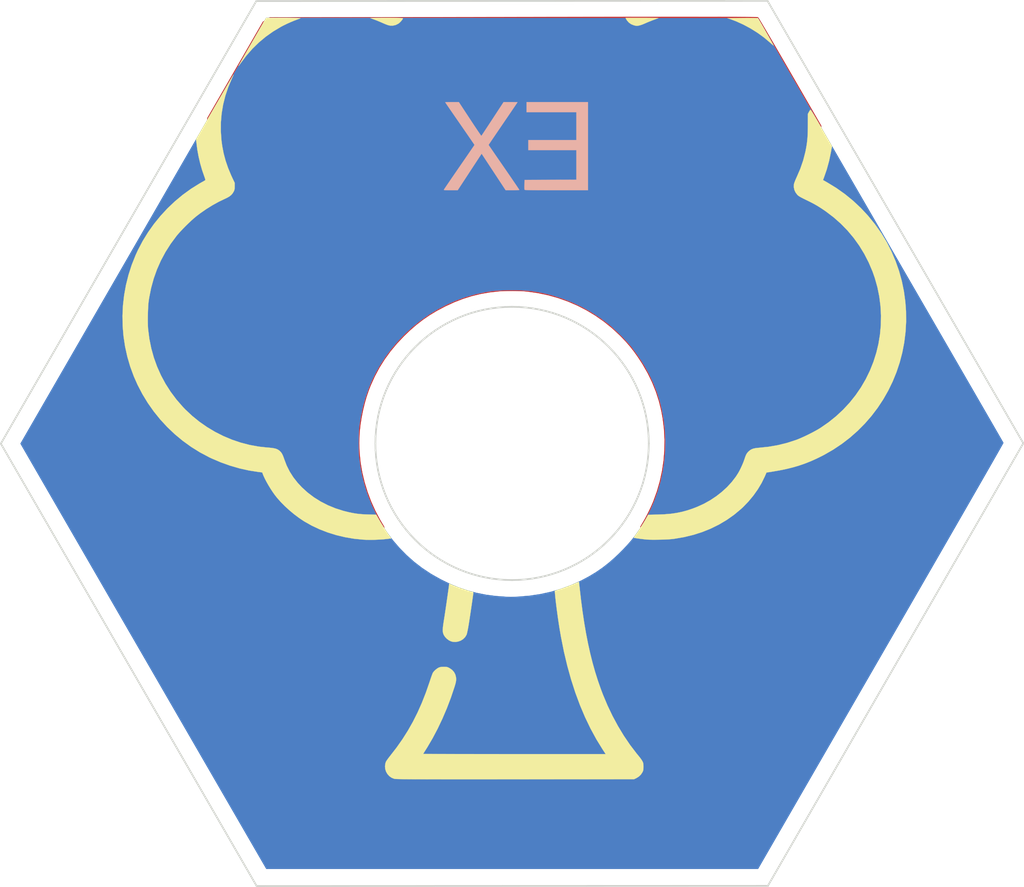
<source format=kicad_pcb>
(kicad_pcb (version 20171130) (host pcbnew 5.1.5+dfsg1-2build2)

  (general
    (thickness 1.6)
    (drawings 137)
    (tracks 0)
    (zones 0)
    (modules 5)
    (nets 1)
  )

  (page A4)
  (layers
    (0 F.Cu signal)
    (31 B.Cu signal)
    (32 B.Adhes user)
    (33 F.Adhes user)
    (34 B.Paste user)
    (35 F.Paste user)
    (36 B.SilkS user)
    (37 F.SilkS user)
    (38 B.Mask user)
    (39 F.Mask user)
    (40 Dwgs.User user)
    (41 Cmts.User user)
    (42 Eco1.User user)
    (43 Eco2.User user)
    (44 Edge.Cuts user)
    (45 Margin user)
    (46 B.CrtYd user)
    (47 F.CrtYd user)
    (48 B.Fab user)
    (49 F.Fab user)
  )

  (setup
    (last_trace_width 0.25)
    (trace_clearance 0.2)
    (zone_clearance 0.508)
    (zone_45_only no)
    (trace_min 0.2)
    (via_size 0.6)
    (via_drill 0.4)
    (via_min_size 0.4)
    (via_min_drill 0.3)
    (uvia_size 0.3)
    (uvia_drill 0.1)
    (uvias_allowed no)
    (uvia_min_size 0.2)
    (uvia_min_drill 0.1)
    (edge_width 0.15)
    (segment_width 0.2)
    (pcb_text_width 0.3)
    (pcb_text_size 1.5 1.5)
    (mod_edge_width 0.15)
    (mod_text_size 1 1)
    (mod_text_width 0.15)
    (pad_size 1.524 1.524)
    (pad_drill 0.762)
    (pad_to_mask_clearance 0.2)
    (aux_axis_origin 0 0)
    (visible_elements FFFFFF7F)
    (pcbplotparams
      (layerselection 0x010f0_ffffffff)
      (usegerberextensions false)
      (usegerberattributes false)
      (usegerberadvancedattributes false)
      (creategerberjobfile false)
      (excludeedgelayer true)
      (linewidth 0.100000)
      (plotframeref false)
      (viasonmask false)
      (mode 1)
      (useauxorigin false)
      (hpglpennumber 1)
      (hpglpenspeed 20)
      (hpglpendiameter 15.000000)
      (psnegative false)
      (psa4output false)
      (plotreference true)
      (plotvalue true)
      (plotinvisibletext false)
      (padsonsilk false)
      (subtractmaskfromsilk false)
      (outputformat 1)
      (mirror false)
      (drillshape 0)
      (scaleselection 1)
      (outputdirectory "gerbers/"))
  )

  (net 0 "")

  (net_class Default "This is the default net class."
    (clearance 0.2)
    (trace_width 0.25)
    (via_dia 0.6)
    (via_drill 0.4)
    (uvia_dia 0.3)
    (uvia_drill 0.1)
  )

  (module LOGO (layer F.Cu) (tedit 0) (tstamp 0)
    (at 0 0)
    (fp_text reference G*** (at 0 0) (layer F.SilkS) hide
      (effects (font (size 1.524 1.524) (thickness 0.3)))
    )
    (fp_text value LOGO (at 0.75 0) (layer F.SilkS) hide
      (effects (font (size 1.524 1.524) (thickness 0.3)))
    )
    (fp_poly (pts (xy -0.00305 -24.929057) (xy 14.399884 -24.92375) (xy 17.831401 -18.9865) (xy 18.131778 -18.466783)
      (xy 18.45131 -17.913925) (xy 18.787966 -17.331436) (xy 19.139718 -16.722828) (xy 19.504537 -16.091612)
      (xy 19.880393 -15.441298) (xy 20.265257 -14.775397) (xy 20.657101 -14.097421) (xy 21.053894 -13.41088)
      (xy 21.453607 -12.719285) (xy 21.854213 -12.026147) (xy 22.25368 -11.334978) (xy 22.649981 -10.649287)
      (xy 23.041086 -9.972586) (xy 23.424966 -9.308385) (xy 23.799591 -8.660197) (xy 24.162933 -8.031531)
      (xy 24.512962 -7.425899) (xy 24.847649 -6.846811) (xy 25.013618 -6.559646) (xy 25.294366 -6.073853)
      (xy 25.569718 -5.597335) (xy 25.838916 -5.131406) (xy 26.101203 -4.677377) (xy 26.355821 -4.236562)
      (xy 26.602013 -3.810273) (xy 26.839022 -3.399823) (xy 27.06609 -3.006525) (xy 27.282461 -2.631691)
      (xy 27.487376 -2.276634) (xy 27.680078 -1.942667) (xy 27.85981 -1.631101) (xy 28.025815 -1.343251)
      (xy 28.177335 -1.080428) (xy 28.313614 -0.843946) (xy 28.433893 -0.635116) (xy 28.537415 -0.455252)
      (xy 28.623423 -0.305666) (xy 28.691159 -0.18767) (xy 28.739867 -0.102579) (xy 28.768789 -0.051703)
      (xy 28.777253 -0.036334) (xy 28.767604 -0.015629) (xy 28.736885 0.041467) (xy 28.68524 0.134707)
      (xy 28.612808 0.263844) (xy 28.519732 0.428632) (xy 28.406154 0.628824) (xy 28.272214 0.864176)
      (xy 28.118054 1.134439) (xy 27.943816 1.439368) (xy 27.749641 1.778716) (xy 27.535671 2.152236)
      (xy 27.302046 2.559684) (xy 27.048909 3.000811) (xy 26.776401 3.475372) (xy 26.484663 3.983121)
      (xy 26.173838 4.523811) (xy 25.844065 5.097195) (xy 25.495487 5.703027) (xy 25.128246 6.341062)
      (xy 24.742483 7.011051) (xy 24.338338 7.71275) (xy 23.915955 8.445912) (xy 23.475473 9.21029)
      (xy 23.017035 10.005638) (xy 22.540783 10.83171) (xy 22.046856 11.688259) (xy 21.598377 12.465854)
      (xy 14.406565 24.934334) (xy -14.392357 24.934334) (xy -14.422231 24.886709) (xy -14.434517 24.865687)
      (xy -14.467311 24.809164) (xy -14.519945 24.718296) (xy -14.591751 24.594238) (xy -14.682062 24.438146)
      (xy -14.790209 24.251175) (xy -14.915526 24.034482) (xy -15.057343 23.789221) (xy -15.214995 23.516548)
      (xy -15.387812 23.217619) (xy -15.575127 22.89359) (xy -15.776273 22.545616) (xy -15.990582 22.174853)
      (xy -16.217386 21.782456) (xy -16.456017 21.369582) (xy -16.705807 20.937385) (xy -16.96609 20.487022)
      (xy -17.236197 20.019648) (xy -17.51546 19.536418) (xy -17.803213 19.038489) (xy -18.098786 18.527016)
      (xy -18.401512 18.003154) (xy -18.710725 17.468059) (xy -19.025755 16.922887) (xy -19.345935 16.368794)
      (xy -19.670598 15.806935) (xy -19.999076 15.238465) (xy -20.330701 14.664541) (xy -20.664805 14.086318)
      (xy -21.000721 13.504952) (xy -21.337781 12.921598) (xy -21.675318 12.337412) (xy -22.012662 11.753549)
      (xy -22.349148 11.171165) (xy -22.684107 10.591417) (xy -23.016871 10.015458) (xy -23.346773 9.444446)
      (xy -23.673145 8.879536) (xy -23.995319 8.321883) (xy -24.312628 7.772643) (xy -24.624403 7.232971)
      (xy -24.929978 6.704024) (xy -25.228684 6.186957) (xy -25.519854 5.682925) (xy -25.80282 5.193084)
      (xy -26.076914 4.71859) (xy -26.341469 4.260599) (xy -26.595817 3.820266) (xy -26.83929 3.398746)
      (xy -27.07122 2.997196) (xy -27.29094 2.61677) (xy -27.497782 2.258625) (xy -27.691079 1.923917)
      (xy -27.870162 1.6138) (xy -28.034364 1.329431) (xy -28.183017 1.071965) (xy -28.315454 0.842558)
      (xy -28.431006 0.642365) (xy -28.529007 0.472542) (xy -28.608787 0.334245) (xy -28.669681 0.228629)
      (xy -28.711019 0.15685) (xy -28.732135 0.120064) (xy -28.734569 0.115769) (xy -28.793838 0.009287)
      (xy -28.757185 -0.054258) (xy -8.991375 -0.054258) (xy -8.99055 0.17137) (xy -8.986153 0.386487)
      (xy -8.978087 0.582306) (xy -8.966254 0.750035) (xy -8.965139 0.762) (xy -8.887456 1.365572)
      (xy -8.770855 1.959551) (xy -8.616561 2.541955) (xy -8.425797 3.110806) (xy -8.199785 3.664123)
      (xy -7.939749 4.199926) (xy -7.646912 4.716235) (xy -7.322496 5.211071) (xy -6.967726 5.682452)
      (xy -6.583823 6.1284) (xy -6.172012 6.546934) (xy -5.733515 6.936074) (xy -5.269556 7.293839)
      (xy -4.781357 7.618251) (xy -4.699 7.668173) (xy -4.177127 7.962114) (xy -3.659216 8.216357)
      (xy -3.1407 8.432219) (xy -2.617013 8.61102) (xy -2.083592 8.754077) (xy -1.535869 8.862709)
      (xy -0.96928 8.938233) (xy -0.37926 8.981968) (xy -0.116416 8.991349) (xy -0.04522 8.99137)
      (xy 0.057634 8.989095) (xy 0.181553 8.98487) (xy 0.315945 8.979041) (xy 0.41275 8.974071)
      (xy 1.044028 8.919868) (xy 1.657997 8.827397) (xy 2.25637 8.69621) (xy 2.840861 8.525858)
      (xy 3.413183 8.31589) (xy 3.975052 8.065859) (xy 4.084933 8.011701) (xy 4.515969 7.782069)
      (xy 4.91866 7.537944) (xy 5.301177 7.27346) (xy 5.671691 6.982752) (xy 6.038373 6.659955)
      (xy 6.252157 6.456065) (xy 6.503556 6.204056) (xy 6.725886 5.968438) (xy 6.925397 5.742265)
      (xy 7.108341 5.518589) (xy 7.185891 5.418261) (xy 7.527609 4.933832) (xy 7.83449 4.427095)
      (xy 8.10609 3.900427) (xy 8.341967 3.356203) (xy 8.541676 2.796797) (xy 8.704775 2.224584)
      (xy 8.830821 1.64194) (xy 8.919369 1.051239) (xy 8.969977 0.454857) (xy 8.982201 -0.144832)
      (xy 8.955597 -0.745453) (xy 8.889724 -1.344629) (xy 8.784136 -1.939988) (xy 8.657009 -2.462517)
      (xy 8.488749 -2.997381) (xy 8.279855 -3.528921) (xy 8.032025 -4.053901) (xy 7.746959 -4.569085)
      (xy 7.426355 -5.071237) (xy 7.071912 -5.557121) (xy 6.955189 -5.704232) (xy 6.852222 -5.82533)
      (xy 6.723407 -5.967158) (xy 6.575313 -6.12322) (xy 6.414512 -6.287019) (xy 6.247571 -6.452061)
      (xy 6.08106 -6.611848) (xy 5.92155 -6.759884) (xy 5.775608 -6.889673) (xy 5.6515 -6.993368)
      (xy 5.151175 -7.365998) (xy 4.628593 -7.703088) (xy 4.085648 -8.003703) (xy 3.524231 -8.26691)
      (xy 2.946237 -8.491775) (xy 2.353558 -8.677365) (xy 2.106084 -8.742053) (xy 1.784934 -8.816236)
      (xy 1.481393 -8.875169) (xy 1.185047 -8.920041) (xy 0.88548 -8.95204) (xy 0.572279 -8.972353)
      (xy 0.235029 -8.982167) (xy -0.010583 -8.983458) (xy -0.292289 -8.980921) (xy -0.540752 -8.974505)
      (xy -0.764944 -8.963542) (xy -0.973833 -8.947359) (xy -1.176389 -8.925285) (xy -1.381582 -8.89665)
      (xy -1.559272 -8.867601) (xy -2.136478 -8.746692) (xy -2.704158 -8.585586) (xy -3.260291 -8.385749)
      (xy -3.802862 -8.148645) (xy -4.329851 -7.87574) (xy -4.839239 -7.568499) (xy -5.32901 -7.228386)
      (xy -5.797145 -6.856869) (xy -6.241625 -6.45541) (xy -6.660432 -6.025476) (xy -7.051549 -5.568533)
      (xy -7.412957 -5.086044) (xy -7.742638 -4.579475) (xy -7.940785 -4.234645) (xy -8.192153 -3.732642)
      (xy -8.41094 -3.207584) (xy -8.597552 -2.658171) (xy -8.752398 -2.083099) (xy -8.875887 -1.481067)
      (xy -8.945312 -1.032408) (xy -8.960893 -0.886075) (xy -8.973386 -0.706304) (xy -8.982696 -0.501884)
      (xy -8.988725 -0.281606) (xy -8.991375 -0.054258) (xy -28.757185 -0.054258) (xy -21.599912 -12.462538)
      (xy -14.405985 -24.934364) (xy -0.00305 -24.929057)) (layer B.Cu) (width 0.01))
  )

  (module LOGO (layer F.Cu) (tedit 0) (tstamp 0)
    (at 0 0)
    (fp_text reference G*** (at 0 0) (layer F.SilkS) hide
      (effects (font (size 1.524 1.524) (thickness 0.3)))
    )
    (fp_text value LOGO (at 0.75 0) (layer F.SilkS) hide
      (effects (font (size 1.524 1.524) (thickness 0.3)))
    )
    (fp_poly (pts (xy -2.466389 -19.008386) (xy -2.345452 -18.824636) (xy -2.231295 -18.652196) (xy -2.126035 -18.494199)
      (xy -2.031794 -18.353779) (xy -1.95069 -18.23407) (xy -1.884844 -18.138205) (xy -1.836375 -18.069317)
      (xy -1.807402 -18.030541) (xy -1.799834 -18.023004) (xy -1.785937 -18.041864) (xy -1.751058 -18.092967)
      (xy -1.69733 -18.173089) (xy -1.626887 -18.279008) (xy -1.541863 -18.407502) (xy -1.444392 -18.555349)
      (xy -1.336607 -18.719325) (xy -1.220644 -18.896209) (xy -1.141561 -19.017085) (xy -0.497416 -20.002433)
      (xy -0.089958 -20.002467) (xy 0.036143 -20.002058) (xy 0.146378 -20.000899) (xy 0.234288 -19.999125)
      (xy 0.293414 -19.99687) (xy 0.317299 -19.994268) (xy 0.3175 -19.993999) (xy 0.305879 -19.975554)
      (xy 0.272281 -19.924951) (xy 0.218604 -19.844994) (xy 0.146744 -19.738485) (xy 0.058601 -19.608224)
      (xy -0.043928 -19.457015) (xy -0.158946 -19.287659) (xy -0.284555 -19.102958) (xy -0.418857 -18.905714)
      (xy -0.529166 -18.743874) (xy -0.668966 -18.538741) (xy -0.801562 -18.343947) (xy -0.925057 -18.162293)
      (xy -1.037553 -17.996582) (xy -1.137152 -17.849617) (xy -1.221957 -17.7242) (xy -1.29007 -17.623134)
      (xy -1.339593 -17.549221) (xy -1.368629 -17.505264) (xy -1.375833 -17.493568) (xy -1.364108 -17.475183)
      (xy -1.330176 -17.424693) (xy -1.275899 -17.344816) (xy -1.203143 -17.238271) (xy -1.113771 -17.107775)
      (xy -1.009647 -16.956047) (xy -0.892634 -16.785806) (xy -0.764596 -16.599769) (xy -0.627398 -16.400656)
      (xy -0.482903 -16.191184) (xy -0.47625 -16.181544) (xy -0.331376 -15.971383) (xy -0.193725 -15.771189)
      (xy -0.065166 -15.58371) (xy 0.052434 -15.411693) (xy 0.157208 -15.257886) (xy 0.247287 -15.125037)
      (xy 0.320806 -15.015893) (xy 0.375895 -14.933202) (xy 0.410687 -14.879712) (xy 0.423316 -14.858171)
      (xy 0.423334 -14.858018) (xy 0.402923 -14.850975) (xy 0.34469 -14.845214) (xy 0.253133 -14.840962)
      (xy 0.13275 -14.838445) (xy 0.023652 -14.837833) (xy -0.37603 -14.837833) (xy -1.080101 -15.907981)
      (xy -1.784173 -16.97813) (xy -2.07246 -16.53769) (xy -2.157809 -16.407307) (xy -2.260653 -16.250214)
      (xy -2.375293 -16.075116) (xy -2.496032 -15.890715) (xy -2.617169 -15.705716) (xy -2.733007 -15.528822)
      (xy -2.773138 -15.467541) (xy -3.185529 -14.837833) (xy -3.595279 -14.837833) (xy -3.736905 -14.838122)
      (xy -3.841437 -14.839293) (xy -3.914112 -14.841801) (xy -3.960166 -14.846103) (xy -3.984837 -14.852654)
      (xy -3.993361 -14.861911) (xy -3.991783 -14.872351) (xy -3.977867 -14.895007) (xy -3.941781 -14.94967)
      (xy -3.88544 -15.033534) (xy -3.810758 -15.143792) (xy -3.719649 -15.277637) (xy -3.614028 -15.432262)
      (xy -3.495808 -15.604859) (xy -3.366904 -15.792623) (xy -3.22923 -15.992744) (xy -3.089935 -16.19483)
      (xy -2.946064 -16.403501) (xy -2.809417 -16.601969) (xy -2.681869 -16.787493) (xy -2.565296 -16.957332)
      (xy -2.461572 -17.108745) (xy -2.372574 -17.238992) (xy -2.300176 -17.345332) (xy -2.246254 -17.425026)
      (xy -2.212682 -17.475332) (xy -2.201333 -17.493485) (xy -2.213081 -17.512212) (xy -2.247047 -17.562926)
      (xy -2.301313 -17.642838) (xy -2.373964 -17.749155) (xy -2.463083 -17.879085) (xy -2.566751 -18.029838)
      (xy -2.683054 -18.198621) (xy -2.810073 -18.382644) (xy -2.945893 -18.579114) (xy -3.058583 -18.741913)
      (xy -3.200025 -18.946289) (xy -3.334185 -19.140448) (xy -3.459148 -19.321598) (xy -3.572995 -19.486945)
      (xy -3.673811 -19.633695) (xy -3.759678 -19.759054) (xy -3.828678 -19.86023) (xy -3.878895 -19.934429)
      (xy -3.908412 -19.978857) (xy -3.915833 -19.991073) (xy -3.895755 -19.994647) (xy -3.839876 -19.997764)
      (xy -3.754726 -20.000236) (xy -3.646835 -20.001877) (xy -3.522735 -20.002499) (xy -3.517325 -20.0025)
      (xy -3.118816 -20.0025) (xy -2.466389 -19.008386)) (layer B.SilkS) (width 0.01))
    (fp_poly (pts (xy 4.445 -14.837833) (xy 2.592253 -14.837833) (xy 2.260029 -14.837935) (xy 1.967813 -14.838262)
      (xy 1.713278 -14.83885) (xy 1.4941 -14.839733) (xy 1.307952 -14.840945) (xy 1.152509 -14.842521)
      (xy 1.025445 -14.844496) (xy 0.924434 -14.846902) (xy 0.847151 -14.849776) (xy 0.791271 -14.853151)
      (xy 0.754467 -14.857062) (xy 0.734414 -14.861543) (xy 0.728922 -14.865411) (xy 0.725378 -14.896079)
      (xy 0.723283 -14.960099) (xy 0.722775 -15.048511) (xy 0.723992 -15.152354) (xy 0.724295 -15.167036)
      (xy 0.73025 -15.441083) (xy 2.248959 -15.446515) (xy 3.767667 -15.451947) (xy 3.767667 -17.187333)
      (xy 0.9525 -17.187333) (xy 0.9525 -17.78) (xy 3.767667 -17.78) (xy 3.767667 -19.409833)
      (xy 0.846667 -19.409833) (xy 0.846667 -20.0025) (xy 4.445 -20.0025) (xy 4.445 -14.837833)) (layer B.SilkS) (width 0.01))
  )

  (module LOGO (layer F.Cu) (tedit 0) (tstamp 0)
    (at 0 0)
    (fp_text reference G*** (at 0 0) (layer F.SilkS) hide
      (effects (font (size 1.524 1.524) (thickness 0.3)))
    )
    (fp_text value LOGO (at 0.75 0) (layer F.SilkS) hide
      (effects (font (size 1.524 1.524) (thickness 0.3)))
    )
    (fp_poly (pts (xy 10.391577 -24.995644) (xy 10.857707 -24.995521) (xy 11.291572 -24.995311) (xy 11.693845 -24.995012)
      (xy 12.065196 -24.994624) (xy 12.406297 -24.994146) (xy 12.717819 -24.993579) (xy 13.000434 -24.992923)
      (xy 13.254812 -24.992175) (xy 13.481625 -24.991337) (xy 13.681544 -24.990407) (xy 13.85524 -24.989386)
      (xy 14.003386 -24.988273) (xy 14.126651 -24.987067) (xy 14.225707 -24.985769) (xy 14.301226 -24.984377)
      (xy 14.353879 -24.982891) (xy 14.384337 -24.981312) (xy 14.393334 -24.97977) (xy 14.410052 -24.956743)
      (xy 14.419792 -24.954755) (xy 14.433032 -24.936644) (xy 14.466305 -24.883718) (xy 14.518515 -24.797845)
      (xy 14.588568 -24.680895) (xy 14.675369 -24.534735) (xy 14.777822 -24.361236) (xy 14.894832 -24.162265)
      (xy 15.025305 -23.939693) (xy 15.168144 -23.695386) (xy 15.322256 -23.431215) (xy 15.486545 -23.149048)
      (xy 15.659915 -22.850754) (xy 15.841273 -22.538202) (xy 16.029522 -22.21326) (xy 16.223568 -21.877798)
      (xy 16.277167 -21.785047) (xy 18.108084 -18.616083) (xy 18.114665 -18.3515) (xy 18.108657 -17.990689)
      (xy 18.074361 -17.60648) (xy 18.013253 -17.205577) (xy 17.926814 -16.794682) (xy 17.81652 -16.380499)
      (xy 17.683852 -15.969729) (xy 17.530286 -15.569076) (xy 17.469847 -15.427873) (xy 17.423929 -15.32062)
      (xy 17.386662 -15.227613) (xy 17.360433 -15.155327) (xy 17.347631 -15.110236) (xy 17.348251 -15.098166)
      (xy 17.400205 -15.076876) (xy 17.482081 -15.038543) (xy 17.586875 -14.986817) (xy 17.707577 -14.925349)
      (xy 17.837181 -14.857787) (xy 17.968679 -14.787784) (xy 18.095065 -14.718987) (xy 18.20933 -14.655049)
      (xy 18.298584 -14.603141) (xy 18.635971 -14.392054) (xy 18.949338 -14.175003) (xy 19.2482 -13.944509)
      (xy 19.542071 -13.69309) (xy 19.840467 -13.413266) (xy 19.950421 -13.304545) (xy 20.3464 -12.881783)
      (xy 20.705076 -12.443112) (xy 21.029923 -11.984008) (xy 21.292627 -11.555899) (xy 21.569221 -11.031193)
      (xy 21.806854 -10.491577) (xy 22.005317 -9.939187) (xy 22.164397 -9.376161) (xy 22.283884 -8.804634)
      (xy 22.363567 -8.226746) (xy 22.403235 -7.644631) (xy 22.402676 -7.060427) (xy 22.361681 -6.476271)
      (xy 22.280037 -5.8943) (xy 22.157534 -5.31665) (xy 21.99396 -4.745459) (xy 21.971752 -4.678023)
      (xy 21.765823 -4.127709) (xy 21.520579 -3.59244) (xy 21.235835 -3.07188) (xy 20.911406 -2.565692)
      (xy 20.547108 -2.073538) (xy 20.537466 -2.061384) (xy 20.439917 -1.945034) (xy 20.316405 -1.807715)
      (xy 20.173316 -1.655765) (xy 20.017036 -1.495524) (xy 19.853951 -1.333328) (xy 19.690447 -1.175517)
      (xy 19.532909 -1.02843) (xy 19.387724 -0.898404) (xy 19.261276 -0.791778) (xy 19.24625 -0.77973)
      (xy 18.763086 -0.420746) (xy 18.264171 -0.100697) (xy 17.748908 0.180652) (xy 17.216698 0.423535)
      (xy 16.66694 0.628187) (xy 16.099037 0.794841) (xy 15.512389 0.923733) (xy 14.906398 1.015096)
      (xy 14.57325 1.048714) (xy 14.403917 1.062958) (xy 14.33325 1.277604) (xy 14.189506 1.649585)
      (xy 14.006057 2.015815) (xy 13.785465 2.37287) (xy 13.530294 2.717327) (xy 13.243108 3.045765)
      (xy 12.926471 3.354758) (xy 12.582945 3.640886) (xy 12.537363 3.675534) (xy 12.121694 3.961977)
      (xy 11.682295 4.213787) (xy 11.218921 4.431063) (xy 10.731324 4.6139) (xy 10.219258 4.762397)
      (xy 9.682478 4.876651) (xy 9.376834 4.9249) (xy 9.259575 4.937404) (xy 9.109535 4.947546)
      (xy 8.934942 4.955273) (xy 8.744025 4.960531) (xy 8.545011 4.963266) (xy 8.34613 4.963425)
      (xy 8.15561 4.960954) (xy 7.981679 4.955799) (xy 7.832565 4.947908) (xy 7.716496 4.937225)
      (xy 7.70545 4.93579) (xy 7.618719 4.923566) (xy 7.549598 4.912886) (xy 7.507544 4.905262)
      (xy 7.499286 4.902842) (xy 7.507615 4.883716) (xy 7.534423 4.834724) (xy 7.576135 4.762133)
      (xy 7.629174 4.672211) (xy 7.664806 4.612781) (xy 7.78315 4.406924) (xy 7.907192 4.174002)
      (xy 8.030285 3.927446) (xy 8.145783 3.680684) (xy 8.247038 3.447146) (xy 8.271647 3.386667)
      (xy 8.481823 2.805057) (xy 8.651971 2.211656) (xy 8.781871 1.608923) (xy 8.871307 0.999321)
      (xy 8.920061 0.385309) (xy 8.927915 -0.230652) (xy 8.894652 -0.846101) (xy 8.820054 -1.458578)
      (xy 8.739325 -1.902617) (xy 8.600104 -2.472299) (xy 8.421633 -3.028575) (xy 8.203338 -3.57284)
      (xy 7.944648 -4.106492) (xy 7.644991 -4.630926) (xy 7.577273 -4.739278) (xy 7.359025 -5.071755)
      (xy 7.144487 -5.373477) (xy 6.925717 -5.654388) (xy 6.694776 -5.924429) (xy 6.443724 -6.193546)
      (xy 6.299201 -6.339795) (xy 5.851174 -6.755631) (xy 5.377788 -7.138101) (xy 4.880726 -7.486412)
      (xy 4.361671 -7.79977) (xy 3.822304 -8.077381) (xy 3.264309 -8.318451) (xy 2.689368 -8.522185)
      (xy 2.099163 -8.687792) (xy 1.495377 -8.814475) (xy 0.879693 -8.901442) (xy 0.867834 -8.902711)
      (xy 0.69664 -8.917014) (xy 0.49362 -8.927588) (xy 0.269122 -8.93437) (xy 0.033491 -8.937294)
      (xy -0.202922 -8.936298) (xy -0.429772 -8.931318) (xy -0.63671 -8.922289) (xy -0.772583 -8.912826)
      (xy -1.324982 -8.850383) (xy -1.855715 -8.757246) (xy -2.371473 -8.631515) (xy -2.878946 -8.471293)
      (xy -3.384823 -8.27468) (xy -3.895796 -8.039779) (xy -3.958166 -8.00873) (xy -4.406557 -7.769942)
      (xy -4.825565 -7.517184) (xy -5.222897 -7.24486) (xy -5.60626 -6.947375) (xy -5.983361 -6.619133)
      (xy -6.329449 -6.287115) (xy -6.747372 -5.843818) (xy -7.125836 -5.388549) (xy -7.466737 -4.918385)
      (xy -7.771969 -4.430408) (xy -8.043429 -3.921695) (xy -8.283012 -3.389326) (xy -8.394799 -3.104388)
      (xy -8.517028 -2.746202) (xy -8.628549 -2.357376) (xy -8.727048 -1.948765) (xy -8.810211 -1.531223)
      (xy -8.875723 -1.115602) (xy -8.921271 -0.712757) (xy -8.931224 -0.5887) (xy -8.951147 -0.020796)
      (xy -8.930701 0.553539) (xy -8.870715 1.130991) (xy -8.772017 1.708245) (xy -8.635435 2.281986)
      (xy -8.461796 2.8489) (xy -8.251929 3.405671) (xy -8.006661 3.948985) (xy -7.726821 4.475527)
      (xy -7.621806 4.653681) (xy -7.558597 4.758837) (xy -7.515317 4.833567) (xy -7.489625 4.883446)
      (xy -7.47918 4.914049) (xy -7.481639 4.930951) (xy -7.494662 4.939727) (xy -7.500808 4.941769)
      (xy -7.533934 4.945704) (xy -7.602606 4.949572) (xy -7.70004 4.953267) (xy -7.819447 4.956684)
      (xy -7.954043 4.959717) (xy -8.09704 4.96226) (xy -8.241652 4.964208) (xy -8.381093 4.965456)
      (xy -8.508577 4.965897) (xy -8.617317 4.965427) (xy -8.700527 4.96394) (xy -8.75142 4.96133)
      (xy -8.752416 4.961229) (xy -9.030329 4.930281) (xy -9.275215 4.898101) (xy -9.496379 4.863005)
      (xy -9.703126 4.823307) (xy -9.904759 4.77732) (xy -10.110584 4.723358) (xy -10.191881 4.700397)
      (xy -10.681687 4.539559) (xy -11.150113 4.345131) (xy -11.595271 4.118319) (xy -12.015273 3.860332)
      (xy -12.408232 3.572379) (xy -12.77226 3.255667) (xy -13.10547 2.911405) (xy -13.247689 2.744358)
      (xy -13.440993 2.488228) (xy -13.624225 2.207732) (xy -13.791067 1.914096) (xy -13.935197 1.618547)
      (xy -14.050297 1.332312) (xy -14.062768 1.296459) (xy -14.101018 1.188926) (xy -14.130792 1.117017)
      (xy -14.15469 1.075495) (xy -14.175312 1.059124) (xy -14.181035 1.058334) (xy -14.214343 1.056292)
      (xy -14.281387 1.050669) (xy -14.373793 1.042218) (xy -14.483185 1.031691) (xy -14.538931 1.026156)
      (xy -15.137246 0.945445) (xy -15.721914 0.824704) (xy -16.29277 0.66398) (xy -16.849651 0.46332)
      (xy -17.392395 0.222769) (xy -17.455393 0.191807) (xy -17.978341 -0.0909) (xy -18.474746 -0.405538)
      (xy -18.943721 -0.750362) (xy -19.384378 -1.12363) (xy -19.795831 -1.5236) (xy -20.177194 -1.948528)
      (xy -20.527578 -2.396673) (xy -20.846098 -2.866289) (xy -21.131866 -3.355636) (xy -21.383997 -3.86297)
      (xy -21.601601 -4.386549) (xy -21.783794 -4.924629) (xy -21.929688 -5.475468) (xy -22.038397 -6.037323)
      (xy -22.109032 -6.60845) (xy -22.140709 -7.187108) (xy -22.132539 -7.771554) (xy -22.083635 -8.360044)
      (xy -22.022894 -8.784166) (xy -21.905181 -9.356856) (xy -21.748016 -9.917167) (xy -21.552834 -10.463222)
      (xy -21.321067 -10.993144) (xy -21.05415 -11.505054) (xy -20.753515 -11.997073) (xy -20.420598 -12.467324)
      (xy -20.056831 -12.913929) (xy -19.663647 -13.33501) (xy -19.242482 -13.728688) (xy -18.794767 -14.093086)
      (xy -18.321938 -14.426325) (xy -17.825427 -14.726527) (xy -17.306669 -14.991814) (xy -17.272 -15.007903)
      (xy -17.188593 -15.046396) (xy -17.120983 -15.077647) (xy -17.077416 -15.097841) (xy -17.065489 -15.103431)
      (xy -17.071734 -15.122557) (xy -17.092629 -15.173075) (xy -17.125142 -15.247913) (xy -17.166241 -15.34)
      (xy -17.179122 -15.368459) (xy -17.392104 -15.885839) (xy -17.564812 -16.412227) (xy -17.699203 -16.953692)
      (xy -17.714702 -17.029198) (xy -17.759863 -17.269478) (xy -17.794758 -17.492047) (xy -17.820449 -17.708246)
      (xy -17.837996 -17.929414) (xy -17.848459 -18.166892) (xy -17.852898 -18.432021) (xy -17.853202 -18.510398)
      (xy -17.854083 -19.060879) (xy -14.596417 -24.708323) (xy -14.392756 -24.840484) (xy -14.189095 -24.972646)
      (xy 0.102119 -24.988343) (xy 1.09043 -24.98941) (xy 2.037079 -24.990396) (xy 2.942737 -24.991298)
      (xy 3.808076 -24.992117) (xy 4.633767 -24.992853) (xy 5.42048 -24.993504) (xy 6.168889 -24.994071)
      (xy 6.879662 -24.994554) (xy 7.553473 -24.994951) (xy 8.190992 -24.995262) (xy 8.792891 -24.995488)
      (xy 9.359841 -24.995627) (xy 9.892512 -24.995679) (xy 10.391577 -24.995644)) (layer F.Cu) (width 0.01))
  )

  (module LOGO (layer F.Cu) (tedit 0) (tstamp 0)
    (at 0 0)
    (fp_text reference G*** (at 0 0) (layer F.SilkS) hide
      (effects (font (size 1.524 1.524) (thickness 0.3)))
    )
    (fp_text value LOGO (at 0.75 0) (layer F.SilkS) hide
      (effects (font (size 1.524 1.524) (thickness 0.3)))
    )
    (fp_poly (pts (xy 3.216501 8.434349) (xy 3.22549 8.49373) (xy 3.237599 8.583736) (xy 3.252079 8.698637)
      (xy 3.268184 8.832707) (xy 3.282598 8.957501) (xy 3.389701 9.817385) (xy 3.511837 10.639207)
      (xy 3.649626 11.424711) (xy 3.803689 12.175639) (xy 3.974648 12.893734) (xy 4.163123 13.58074)
      (xy 4.369735 14.238399) (xy 4.595106 14.868456) (xy 4.839855 15.472651) (xy 5.104604 16.05273)
      (xy 5.389975 16.610434) (xy 5.696587 17.147507) (xy 6.025061 17.665693) (xy 6.37602 18.166733)
      (xy 6.725164 18.621375) (xy 6.983912 18.944167) (xy 0.134458 18.944167) (xy -0.504175 18.944163)
      (xy -1.101827 18.944147) (xy -1.65985 18.944111) (xy -2.179596 18.944046) (xy -2.662417 18.943945)
      (xy -3.109665 18.9438) (xy -3.522693 18.943602) (xy -3.902853 18.943344) (xy -4.251497 18.943017)
      (xy -4.569977 18.942614) (xy -4.859645 18.942127) (xy -5.121854 18.941547) (xy -5.357955 18.940867)
      (xy -5.5693 18.940079) (xy -5.757243 18.939174) (xy -5.923134 18.938145) (xy -6.068327 18.936983)
      (xy -6.194173 18.935681) (xy -6.302024 18.934231) (xy -6.393234 18.932624) (xy -6.469152 18.930853)
      (xy -6.531133 18.92891) (xy -6.580528 18.926786) (xy -6.618689 18.924474) (xy -6.646968 18.921966)
      (xy -6.666718 18.919253) (xy -6.679291 18.916328) (xy -6.686039 18.913183) (xy -6.688313 18.909809)
      (xy -6.687467 18.906199) (xy -6.685957 18.903822) (xy -6.662813 18.87355) (xy -6.618574 18.817266)
      (xy -6.558731 18.741899) (xy -6.488773 18.654381) (xy -6.455376 18.612781) (xy -6.041074 18.066641)
      (xy -5.656114 17.495044) (xy -5.299468 16.896147) (xy -4.97011 16.268108) (xy -4.667012 15.609083)
      (xy -4.389147 14.91723) (xy -4.375312 14.880167) (xy -4.203098 14.393099) (xy -4.040385 13.88291)
      (xy -3.886653 13.347325) (xy -3.741386 12.784071) (xy -3.604066 12.190873) (xy -3.474174 11.565456)
      (xy -3.351194 10.905548) (xy -3.234607 10.208872) (xy -3.123895 9.473156) (xy -3.091025 9.23925)
      (xy -3.068604 9.077934) (xy -3.04761 8.928399) (xy -3.028853 8.796296) (xy -3.013144 8.687276)
      (xy -3.001291 8.606988) (xy -2.994104 8.561084) (xy -2.992874 8.554344) (xy -2.989524 8.535811)
      (xy -2.984602 8.522724) (xy -2.972785 8.51594) (xy -2.948747 8.516315) (xy -2.907166 8.524707)
      (xy -2.842717 8.54197) (xy -2.750076 8.568963) (xy -2.623918 8.606541) (xy -2.57175 8.622087)
      (xy -1.995708 8.771693) (xy -1.408087 8.881676) (xy -0.811998 8.952117) (xy -0.210549 8.983097)
      (xy 0.393149 8.974698) (xy 0.995988 8.927) (xy 1.594857 8.840084) (xy 2.186648 8.714031)
      (xy 2.768251 8.548922) (xy 2.981598 8.477475) (xy 3.07097 8.447474) (xy 3.144781 8.424963)
      (xy 3.194495 8.4124) (xy 3.211377 8.411322) (xy 3.216501 8.434349)) (layer F.Mask) (width 0.01))
  )

  (module LOGO (layer F.Cu) (tedit 0) (tstamp 0)
    (at 0 0)
    (fp_text reference G*** (at 0 0) (layer F.SilkS) hide
      (effects (font (size 1.524 1.524) (thickness 0.3)))
    )
    (fp_text value LOGO (at 0.75 0) (layer F.SilkS) hide
      (effects (font (size 1.524 1.524) (thickness 0.3)))
    )
    (fp_poly (pts (xy 3.916365 8.139289) (xy 3.925068 8.196784) (xy 3.93577 8.280283) (xy 3.947381 8.381725)
      (xy 3.950108 8.407147) (xy 4.033772 9.143898) (xy 4.124832 9.841887) (xy 4.223946 10.504147)
      (xy 4.331775 11.13371) (xy 4.448977 11.733608) (xy 4.576211 12.306873) (xy 4.714136 12.856539)
      (xy 4.863413 13.385636) (xy 5.0247 13.897198) (xy 5.198657 14.394257) (xy 5.322911 14.721417)
      (xy 5.589005 15.354915) (xy 5.883023 15.970036) (xy 6.202676 16.562846) (xy 6.545673 17.129412)
      (xy 6.909726 17.665799) (xy 7.292543 18.168073) (xy 7.417621 18.31975) (xy 7.488751 18.408564)
      (xy 7.555533 18.499387) (xy 7.609294 18.580029) (xy 7.635939 18.626667) (xy 7.664218 18.688433)
      (xy 7.681593 18.744547) (xy 7.690617 18.808948) (xy 7.693843 18.895575) (xy 7.694084 18.944167)
      (xy 7.692574 19.045158) (xy 7.686321 19.118001) (xy 7.672739 19.176823) (xy 7.649245 19.235753)
      (xy 7.635442 19.264662) (xy 7.54777 19.398582) (xy 7.427643 19.516) (xy 7.284216 19.608207)
      (xy 7.263874 19.618105) (xy 7.14375 19.674417) (xy 0.179917 19.678412) (xy -0.472606 19.678769)
      (xy -1.084115 19.679064) (xy -1.655928 19.67929) (xy -2.189365 19.679444) (xy -2.685745 19.679521)
      (xy -3.146386 19.679515) (xy -3.572609 19.679421) (xy -3.965731 19.679234) (xy -4.327073 19.67895)
      (xy -4.657952 19.678563) (xy -4.959688 19.678068) (xy -5.233601 19.67746) (xy -5.481008 19.676734)
      (xy -5.703229 19.675885) (xy -5.901583 19.674908) (xy -6.07739 19.673798) (xy -6.231967 19.67255)
      (xy -6.366635 19.671159) (xy -6.482712 19.669619) (xy -6.581517 19.667927) (xy -6.664369 19.666076)
      (xy -6.732587 19.664062) (xy -6.787491 19.661879) (xy -6.830399 19.659523) (xy -6.86263 19.656989)
      (xy -6.885504 19.654271) (xy -6.900333 19.651367) (xy -7.056205 19.589252) (xy -7.189795 19.495363)
      (xy -7.298205 19.375561) (xy -7.378535 19.23571) (xy -7.427885 19.08167) (xy -7.443357 18.919304)
      (xy -7.42205 18.754473) (xy -7.391235 18.65889) (xy -7.36616 18.613031) (xy -7.31947 18.542688)
      (xy -7.256789 18.455783) (xy -7.183738 18.360239) (xy -7.143107 18.30926) (xy -6.766162 17.822274)
      (xy -6.419669 17.329642) (xy -6.101001 16.826419) (xy -5.807531 16.307659) (xy -5.536634 15.768416)
      (xy -5.285683 15.203744) (xy -5.05205 14.608698) (xy -4.83311 13.978332) (xy -4.817287 13.929733)
      (xy -4.773414 13.797244) (xy -4.731069 13.674585) (xy -4.692855 13.5689) (xy -4.661374 13.487337)
      (xy -4.63923 13.437041) (xy -4.635093 13.429591) (xy -4.569342 13.345377) (xy -4.479381 13.258815)
      (xy -4.380359 13.183139) (xy -4.300552 13.137338) (xy -4.24 13.113834) (xy -4.17453 13.099733)
      (xy -4.090894 13.093015) (xy -4.0005 13.091599) (xy -3.903401 13.092653) (xy -3.834554 13.097863)
      (xy -3.779889 13.110275) (xy -3.72534 13.132938) (xy -3.665623 13.164124) (xy -3.51635 13.266577)
      (xy -3.402135 13.392331) (xy -3.323953 13.539765) (xy -3.28278 13.70726) (xy -3.276244 13.81125)
      (xy -3.278937 13.88222) (xy -3.288723 13.956617) (xy -3.307578 14.043742) (xy -3.337481 14.152901)
      (xy -3.375239 14.276917) (xy -3.585072 14.901911) (xy -3.820545 15.520206) (xy -4.078668 16.125248)
      (xy -4.35645 16.710485) (xy -4.650898 17.269364) (xy -4.959023 17.795331) (xy -5.040438 17.92499)
      (xy -5.099198 18.017758) (xy -5.148868 18.097216) (xy -5.185436 18.156868) (xy -5.204893 18.190215)
      (xy -5.207 18.194865) (xy -5.18613 18.195614) (xy -5.124711 18.196345) (xy -5.024526 18.197056)
      (xy -4.887357 18.197743) (xy -4.714989 18.198404) (xy -4.509205 18.199036) (xy -4.271789 18.199636)
      (xy -4.004524 18.200202) (xy -3.709193 18.20073) (xy -3.387581 18.201217) (xy -3.04147 18.201662)
      (xy -2.672644 18.20206) (xy -2.282886 18.20241) (xy -1.87398 18.202708) (xy -1.44771 18.202951)
      (xy -1.005859 18.203137) (xy -0.55021 18.203263) (xy -0.082547 18.203326) (xy 0.136871 18.203334)
      (xy 5.480741 18.203334) (xy 5.303178 17.932016) (xy 4.935261 17.334219) (xy 4.591229 16.701813)
      (xy 4.271243 16.035252) (xy 3.975466 15.33499) (xy 3.704059 14.60148) (xy 3.457184 13.835177)
      (xy 3.235004 13.036533) (xy 3.03768 12.206003) (xy 2.865374 11.344039) (xy 2.78508 10.879667)
      (xy 2.752758 10.677266) (xy 2.720419 10.464957) (xy 2.688564 10.246844) (xy 2.657696 10.027031)
      (xy 2.628319 9.809624) (xy 2.600934 9.598725) (xy 2.576045 9.398441) (xy 2.554153 9.212876)
      (xy 2.535762 9.046133) (xy 2.521373 8.902319) (xy 2.51149 8.785536) (xy 2.506615 8.699891)
      (xy 2.507251 8.649487) (xy 2.510575 8.637785) (xy 2.538058 8.624582) (xy 2.596095 8.603181)
      (xy 2.674587 8.577185) (xy 2.719917 8.563113) (xy 2.870172 8.514636) (xy 3.045599 8.453405)
      (xy 3.232924 8.38439) (xy 3.418875 8.312563) (xy 3.590179 8.242893) (xy 3.691574 8.199264)
      (xy 3.777419 8.162404) (xy 3.848103 8.134292) (xy 3.89534 8.11808) (xy 3.910749 8.11586)
      (xy 3.916365 8.139289)) (layer F.SilkS) (width 0.01))
    (fp_poly (pts (xy -3.406703 8.330338) (xy -3.296999 8.373879) (xy -3.166574 8.422736) (xy -3.023256 8.474264)
      (xy -2.87487 8.525819) (xy -2.729245 8.574759) (xy -2.594207 8.618438) (xy -2.477584 8.654213)
      (xy -2.387203 8.679441) (xy -2.343618 8.689431) (xy -2.292936 8.704629) (xy -2.266136 8.723762)
      (xy -2.26487 8.728314) (xy -2.267969 8.76044) (xy -2.276724 8.829274) (xy -2.290378 8.929678)
      (xy -2.308174 9.056517) (xy -2.329354 9.204652) (xy -2.353162 9.368948) (xy -2.37884 9.544266)
      (xy -2.405632 9.725471) (xy -2.43278 9.907424) (xy -2.459527 10.08499) (xy -2.485117 10.253031)
      (xy -2.508792 10.40641) (xy -2.529795 10.539991) (xy -2.547369 10.648636) (xy -2.55184 10.675479)
      (xy -2.576282 10.814121) (xy -2.601319 10.944047) (xy -2.625284 11.057458) (xy -2.646506 11.146556)
      (xy -2.663317 11.203541) (xy -2.666589 11.211752) (xy -2.749243 11.348602) (xy -2.862038 11.46212)
      (xy -2.997989 11.549312) (xy -3.150108 11.607183) (xy -3.311411 11.632741) (xy -3.47491 11.622991)
      (xy -3.570571 11.59914) (xy -3.696278 11.539758) (xy -3.81797 11.449713) (xy -3.923193 11.339826)
      (xy -3.994562 11.230859) (xy -4.024531 11.16303) (xy -4.045335 11.09143) (xy -4.056956 11.01037)
      (xy -4.059375 10.914157) (xy -4.052575 10.797103) (xy -4.036537 10.653516) (xy -4.011244 10.477706)
      (xy -3.991775 10.355349) (xy -3.970633 10.222378) (xy -3.944785 10.054389) (xy -3.915241 9.858312)
      (xy -3.883011 9.641074) (xy -3.849104 9.409603) (xy -3.814531 9.170829) (xy -3.780299 8.931679)
      (xy -3.747421 8.699082) (xy -3.716904 8.479966) (xy -3.692932 8.304738) (xy -3.68104 8.216893)
      (xy -3.406703 8.330338)) (layer F.SilkS) (width 0.01))
    (fp_poly (pts (xy -16.319657 -21.589018) (xy -16.33473 -21.548521) (xy -16.363017 -21.482347) (xy -16.401953 -21.396734)
      (xy -16.410582 -21.378276) (xy -16.622648 -20.878395) (xy -16.793133 -20.371064) (xy -16.921937 -19.85698)
      (xy -17.008961 -19.336842) (xy -17.054105 -18.811347) (xy -17.05727 -18.281193) (xy -17.018357 -17.747077)
      (xy -16.974002 -17.420166) (xy -16.890469 -16.989988) (xy -16.777266 -16.566763) (xy -16.631949 -16.142834)
      (xy -16.452075 -15.710545) (xy -16.376261 -15.546916) (xy -16.245416 -15.27175) (xy -16.245518 -15.070666)
      (xy -16.246931 -14.971064) (xy -16.252801 -14.899989) (xy -16.265753 -14.843674) (xy -16.288412 -14.788352)
      (xy -16.306065 -14.753166) (xy -16.370938 -14.647352) (xy -16.450359 -14.556955) (xy -16.551279 -14.476352)
      (xy -16.680651 -14.399915) (xy -16.831065 -14.32831) (xy -17.185568 -14.158063) (xy -17.549292 -13.956837)
      (xy -17.911694 -13.731087) (xy -18.262232 -13.487272) (xy -18.494797 -13.309394) (xy -18.635128 -13.192011)
      (xy -18.793017 -13.050511) (xy -18.960842 -12.89247) (xy -19.130985 -12.725467) (xy -19.295825 -12.557079)
      (xy -19.447742 -12.394883) (xy -19.579115 -12.246457) (xy -19.650442 -12.16025) (xy -19.994564 -11.696213)
      (xy -20.300095 -11.214927) (xy -20.56714 -10.716148) (xy -20.795805 -10.199628) (xy -20.986194 -9.665121)
      (xy -21.138412 -9.112381) (xy -21.252565 -8.541161) (xy -21.284621 -8.329083) (xy -21.298566 -8.201566)
      (xy -21.310395 -8.040743) (xy -21.319929 -7.855598) (xy -21.32699 -7.655116) (xy -21.331401 -7.448279)
      (xy -21.332983 -7.244071) (xy -21.331558 -7.051475) (xy -21.32695 -6.879476) (xy -21.318978 -6.737057)
      (xy -21.316687 -6.709833) (xy -21.243917 -6.135785) (xy -21.131561 -5.575644) (xy -20.980165 -5.03059)
      (xy -20.790273 -4.501802) (xy -20.562429 -3.99046) (xy -20.297179 -3.497742) (xy -19.995066 -3.024828)
      (xy -19.656636 -2.572897) (xy -19.282432 -2.143128) (xy -19.138566 -1.993556) (xy -18.739193 -1.618074)
      (xy -18.313333 -1.272721) (xy -17.863928 -0.95888) (xy -17.393922 -0.677935) (xy -16.906258 -0.431268)
      (xy -16.403879 -0.220264) (xy -15.889728 -0.046305) (xy -15.366748 0.089225) (xy -14.837882 0.184943)
      (xy -14.401652 0.232772) (xy -14.215401 0.248478) (xy -14.065253 0.264841) (xy -13.944989 0.283526)
      (xy -13.84839 0.306198) (xy -13.769239 0.334522) (xy -13.701316 0.370163) (xy -13.638403 0.414784)
      (xy -13.599363 0.447533) (xy -13.535412 0.513225) (xy -13.479511 0.593595) (xy -13.427595 0.696203)
      (xy -13.375596 0.82861) (xy -13.343207 0.923843) (xy -13.200601 1.297292) (xy -13.022512 1.651403)
      (xy -12.807502 1.988467) (xy -12.554136 2.310776) (xy -12.309964 2.572441) (xy -11.9707 2.880834)
      (xy -11.602543 3.159117) (xy -11.207299 3.406332) (xy -10.78677 3.621521) (xy -10.342761 3.803725)
      (xy -9.877075 3.951987) (xy -9.567333 4.028878) (xy -9.358442 4.072483) (xy -9.16727 4.105759)
      (xy -8.980875 4.130226) (xy -8.786312 4.147401) (xy -8.570637 4.158804) (xy -8.418201 4.163705)
      (xy -7.956986 4.175746) (xy -7.901808 4.273331) (xy -7.865195 4.338089) (xy -7.816657 4.423944)
      (xy -7.765102 4.515142) (xy -7.750909 4.54025) (xy -7.69748 4.630636) (xy -7.625465 4.746592)
      (xy -7.54075 4.879142) (xy -7.449218 5.019311) (xy -7.356755 5.158124) (xy -7.269244 5.286605)
      (xy -7.192571 5.395779) (xy -7.165985 5.432397) (xy -7.070256 5.562545) (xy -7.244586 5.586464)
      (xy -7.47377 5.612272) (xy -7.730946 5.631606) (xy -8.002198 5.643993) (xy -8.273614 5.648962)
      (xy -8.531278 5.646041) (xy -8.73125 5.636859) (xy -9.257534 5.583656) (xy -9.780296 5.494804)
      (xy -10.294639 5.371828) (xy -10.795665 5.216254) (xy -11.278477 5.02961) (xy -11.738178 4.81342)
      (xy -12.16987 4.569212) (xy -12.182642 4.561278) (xy -12.467601 4.371308) (xy -12.753641 4.157057)
      (xy -13.033476 3.925075) (xy -13.299823 3.681913) (xy -13.545394 3.434118) (xy -13.762906 3.188241)
      (xy -13.891338 3.025121) (xy -14.017886 2.84708) (xy -14.144326 2.65434) (xy -14.266035 2.454991)
      (xy -14.378392 2.257123) (xy -14.476775 2.068825) (xy -14.556562 1.898187) (xy -14.605747 1.774655)
      (xy -14.633263 1.697227) (xy -14.846673 1.671971) (xy -15.400697 1.58682) (xy -15.959568 1.462669)
      (xy -16.51706 1.301376) (xy -17.06695 1.1048) (xy -17.603012 0.874801) (xy -17.74825 0.805415)
      (xy -18.283451 0.520461) (xy -18.797099 0.19991) (xy -19.287557 -0.154476) (xy -19.753186 -0.540939)
      (xy -20.192349 -0.957718) (xy -20.603407 -1.403053) (xy -20.984723 -1.875183) (xy -21.334658 -2.372348)
      (xy -21.651575 -2.892789) (xy -21.933835 -3.434744) (xy -22.151583 -3.926416) (xy -22.362459 -4.499102)
      (xy -22.533215 -5.082814) (xy -22.663924 -5.675292) (xy -22.754661 -6.274276) (xy -22.805499 -6.877506)
      (xy -22.816513 -7.48272) (xy -22.787776 -8.087659) (xy -22.719361 -8.690062) (xy -22.611343 -9.287669)
      (xy -22.463797 -9.878218) (xy -22.276794 -10.45945) (xy -22.05041 -11.029105) (xy -21.909508 -11.335895)
      (xy -21.632022 -11.864157) (xy -21.318264 -12.374451) (xy -20.970628 -12.864239) (xy -20.591508 -13.330979)
      (xy -20.183298 -13.772131) (xy -19.748391 -14.185157) (xy -19.289183 -14.567517) (xy -18.808066 -14.916669)
      (xy -18.307435 -15.230076) (xy -18.161 -15.312781) (xy -18.081962 -15.357063) (xy -18.016895 -15.394823)
      (xy -17.974821 -15.420757) (xy -17.96454 -15.428261) (xy -17.964571 -15.453729) (xy -17.978058 -15.509081)
      (xy -18.002459 -15.585007) (xy -18.021861 -15.638092) (xy -18.149797 -16.006457) (xy -18.262902 -16.398667)
      (xy -18.357921 -16.800898) (xy -18.431596 -17.199327) (xy -18.480671 -17.580129) (xy -18.481574 -17.5895)
      (xy -18.5048 -17.832916) (xy -17.424599 -19.703242) (xy -17.274849 -19.962359) (xy -17.130789 -20.211303)
      (xy -16.99386 -20.447599) (xy -16.865503 -20.668774) (xy -16.747161 -20.872356) (xy -16.640275 -21.055872)
      (xy -16.546287 -21.216848) (xy -16.466637 -21.352812) (xy -16.402768 -21.46129) (xy -16.35612 -21.53981)
      (xy -16.328137 -21.585898) (xy -16.320365 -21.597602) (xy -16.319657 -21.589018)) (layer F.SilkS) (width 0.01))
    (fp_poly (pts (xy 17.47628 -19.549439) (xy 17.494455 -19.531167) (xy 17.522061 -19.494415) (xy 17.560493 -19.436916)
      (xy 17.611146 -19.356405) (xy 17.675415 -19.250616) (xy 17.754695 -19.117281) (xy 17.850381 -18.954135)
      (xy 17.963869 -18.758912) (xy 18.096552 -18.529344) (xy 18.114413 -18.498371) (xy 18.734575 -17.422656)
      (xy 18.678245 -17.098942) (xy 18.567665 -16.56297) (xy 18.426412 -16.047465) (xy 18.266636 -15.585652)
      (xy 18.208341 -15.433888) (xy 18.463951 -15.289319) (xy 18.990323 -14.967387) (xy 19.493051 -14.610694)
      (xy 19.970645 -14.220551) (xy 20.421614 -13.79827) (xy 20.844471 -13.345162) (xy 21.237724 -12.862538)
      (xy 21.272577 -12.816416) (xy 21.624877 -12.31225) (xy 21.940444 -11.78768) (xy 22.21871 -11.244306)
      (xy 22.459107 -10.683731) (xy 22.661066 -10.107555) (xy 22.824019 -9.517379) (xy 22.947398 -8.914804)
      (xy 23.030635 -8.301431) (xy 23.070372 -7.750631) (xy 23.076188 -7.132088) (xy 23.041216 -6.52066)
      (xy 22.966414 -5.918008) (xy 22.852742 -5.32579) (xy 22.701159 -4.745665) (xy 22.512623 -4.179291)
      (xy 22.288095 -3.628328) (xy 22.028532 -3.094434) (xy 21.734894 -2.579268) (xy 21.408141 -2.084489)
      (xy 21.04923 -1.611756) (xy 20.659121 -1.162727) (xy 20.238774 -0.739061) (xy 19.789147 -0.342418)
      (xy 19.3112 0.025544) (xy 18.80589 0.363167) (xy 18.274179 0.668791) (xy 18.171584 0.722418)
      (xy 17.821363 0.895202) (xy 17.479561 1.047786) (xy 17.139416 1.182235) (xy 16.794169 1.300615)
      (xy 16.437056 1.404991) (xy 16.061319 1.497427) (xy 15.660194 1.57999) (xy 15.226922 1.654744)
      (xy 15.01193 1.687522) (xy 14.900277 1.703917) (xy 14.799054 1.93675) (xy 14.61257 2.317746)
      (xy 14.387884 2.693267) (xy 14.129128 3.057665) (xy 13.840434 3.405293) (xy 13.525932 3.730502)
      (xy 13.40408 3.843812) (xy 13.000496 4.179822) (xy 12.570627 4.483123) (xy 12.115712 4.753174)
      (xy 11.636989 4.989431) (xy 11.135695 5.191351) (xy 10.613068 5.358393) (xy 10.070347 5.490013)
      (xy 9.50877 5.585668) (xy 9.398 5.599982) (xy 9.280741 5.611369) (xy 9.131681 5.621256)
      (xy 8.959501 5.629472) (xy 8.772883 5.635845) (xy 8.580511 5.640205) (xy 8.391067 5.642379)
      (xy 8.213232 5.642196) (xy 8.05569 5.639484) (xy 7.927122 5.634072) (xy 7.874 5.630079)
      (xy 7.760241 5.618532) (xy 7.637062 5.604347) (xy 7.51229 5.58862) (xy 7.393756 5.572442)
      (xy 7.289286 5.556909) (xy 7.206712 5.543114) (xy 7.15386 5.53215) (xy 7.13992 5.527524)
      (xy 7.137521 5.503375) (xy 7.16602 5.450392) (xy 7.211328 5.386893) (xy 7.293198 5.274563)
      (xy 7.389285 5.135493) (xy 7.493012 4.979819) (xy 7.597802 4.817675) (xy 7.697079 4.659197)
      (xy 7.784265 4.514519) (xy 7.83628 4.423834) (xy 7.971791 4.180417) (xy 8.542021 4.167801)
      (xy 8.927569 4.152219) (xy 9.281642 4.122188) (xy 9.613151 4.075947) (xy 9.931007 4.011737)
      (xy 10.244121 3.927796) (xy 10.561405 3.822365) (xy 10.845039 3.712903) (xy 11.231395 3.536446)
      (xy 11.603139 3.329402) (xy 11.956237 3.095096) (xy 12.286651 2.836854) (xy 12.590348 2.558001)
      (xy 12.863292 2.261863) (xy 13.101447 1.951765) (xy 13.2374 1.741421) (xy 13.315563 1.600971)
      (xy 13.397745 1.436312) (xy 13.477385 1.261897) (xy 13.547919 1.092182) (xy 13.602787 0.941619)
      (xy 13.608428 0.924203) (xy 13.652818 0.791212) (xy 13.692452 0.690219) (xy 13.73219 0.611996)
      (xy 13.776891 0.547315) (xy 13.831415 0.486946) (xy 13.846545 0.472033) (xy 13.931868 0.398934)
      (xy 14.021859 0.344068) (xy 14.125229 0.30433) (xy 14.250691 0.276615) (xy 14.406958 0.257816)
      (xy 14.459385 0.253582) (xy 15.024483 0.193837) (xy 15.568153 0.099561) (xy 16.094704 -0.030162)
      (xy 16.608443 -0.196249) (xy 16.658167 -0.214481) (xy 16.832723 -0.283937) (xy 17.031692 -0.371114)
      (xy 17.244763 -0.470883) (xy 17.461625 -0.578115) (xy 17.67197 -0.68768) (xy 17.865485 -0.794449)
      (xy 18.03186 -0.893293) (xy 18.06575 -0.914717) (xy 18.536511 -1.241025) (xy 18.978195 -1.597004)
      (xy 19.3897 -1.981056) (xy 19.769923 -2.39158) (xy 20.11776 -2.826977) (xy 20.432108 -3.285647)
      (xy 20.711863 -3.765992) (xy 20.955923 -4.266413) (xy 21.163184 -4.785308) (xy 21.332543 -5.32108)
      (xy 21.453695 -5.826365) (xy 21.545252 -6.378804) (xy 21.595891 -6.936336) (xy 21.605865 -7.495835)
      (xy 21.575427 -8.054175) (xy 21.50483 -8.608231) (xy 21.394328 -9.154875) (xy 21.244176 -9.690983)
      (xy 21.10912 -10.075333) (xy 20.884592 -10.603963) (xy 20.62502 -11.109268) (xy 20.33119 -11.590256)
      (xy 20.00389 -12.045938) (xy 19.643907 -12.475322) (xy 19.252027 -12.877418) (xy 18.829037 -13.251237)
      (xy 18.375726 -13.595786) (xy 18.235084 -13.692525) (xy 18.084857 -13.792181) (xy 17.950421 -13.877975)
      (xy 17.82258 -13.955112) (xy 17.692139 -14.0288) (xy 17.549902 -14.104245) (xy 17.386673 -14.186653)
      (xy 17.207491 -14.274337) (xy 17.058237 -14.347697) (xy 16.942263 -14.407379) (xy 16.854038 -14.456611)
      (xy 16.788032 -14.498622) (xy 16.738714 -14.536639) (xy 16.708005 -14.565878) (xy 16.601569 -14.705072)
      (xy 16.531115 -14.858824) (xy 16.498606 -15.020876) (xy 16.506007 -15.184972) (xy 16.508852 -15.200415)
      (xy 16.526877 -15.264224) (xy 16.559724 -15.354954) (xy 16.603135 -15.461737) (xy 16.652851 -15.573704)
      (xy 16.666828 -15.603468) (xy 16.878228 -16.093018) (xy 17.047416 -16.583961) (xy 17.174342 -17.076153)
      (xy 17.197365 -17.188556) (xy 17.232136 -17.375917) (xy 17.260011 -17.549179) (xy 17.281704 -17.716822)
      (xy 17.297929 -17.887326) (xy 17.309403 -18.069171) (xy 17.316841 -18.270838) (xy 17.320956 -18.500806)
      (xy 17.322186 -18.669) (xy 17.324917 -19.314583) (xy 17.381474 -19.421746) (xy 17.417478 -19.484812)
      (xy 17.450175 -19.533499) (xy 17.466141 -19.551498) (xy 17.47628 -19.549439)) (layer F.SilkS) (width 0.01))
    (fp_poly (pts (xy -13.188006 -24.933975) (xy -13.000158 -24.932949) (xy -12.830476 -24.931326) (xy -12.682942 -24.929177)
      (xy -12.561541 -24.926574) (xy -12.470255 -24.923588) (xy -12.413067 -24.92029) (xy -12.39396 -24.916752)
      (xy -12.394142 -24.916506) (xy -12.422401 -24.901728) (xy -12.480052 -24.877976) (xy -12.556305 -24.849604)
      (xy -12.583583 -24.840015) (xy -12.769248 -24.770531) (xy -12.97567 -24.684524) (xy -13.188141 -24.58858)
      (xy -13.39195 -24.489286) (xy -13.534757 -24.414125) (xy -13.993262 -24.139816) (xy -14.424155 -23.834382)
      (xy -14.828532 -23.496831) (xy -15.207491 -23.12617) (xy -15.562129 -22.721405) (xy -15.893543 -22.281546)
      (xy -15.89608 -22.277916) (xy -15.947431 -22.206104) (xy -15.986927 -22.15416) (xy -16.010465 -22.12724)
      (xy -16.014452 -22.129143) (xy -16.001721 -22.153823) (xy -15.969476 -22.212212) (xy -15.919393 -22.301369)
      (xy -15.853148 -22.418354) (xy -15.772417 -22.560227) (xy -15.678877 -22.724048) (xy -15.574204 -22.906878)
      (xy -15.460073 -23.105775) (xy -15.338162 -23.317801) (xy -15.210146 -23.540015) (xy -15.202888 -23.552601)
      (xy -14.406043 -24.934333) (xy -13.390038 -24.934333) (xy -13.188006 -24.933975)) (layer F.SilkS) (width 0.01))
    (fp_poly (pts (xy 14.018385 -24.929421) (xy 14.155427 -24.928053) (xy 14.265865 -24.926066) (xy 14.345219 -24.92351)
      (xy 14.389007 -24.92044) (xy 14.396199 -24.918694) (xy 14.411815 -24.89553) (xy 14.445187 -24.840861)
      (xy 14.493708 -24.759229) (xy 14.554775 -24.655179) (xy 14.62578 -24.533253) (xy 14.70412 -24.397995)
      (xy 14.787189 -24.253949) (xy 14.872381 -24.105656) (xy 14.957092 -23.957661) (xy 15.038715 -23.814507)
      (xy 15.114645 -23.680738) (xy 15.182277 -23.560895) (xy 15.239006 -23.459524) (xy 15.282226 -23.381167)
      (xy 15.309332 -23.330367) (xy 15.31774 -23.311684) (xy 15.299845 -23.321785) (xy 15.257359 -23.355597)
      (xy 15.19657 -23.407871) (xy 15.123767 -23.473361) (xy 15.121128 -23.475782) (xy 14.766366 -23.776401)
      (xy 14.379474 -24.057922) (xy 13.968057 -24.315858) (xy 13.539719 -24.545722) (xy 13.102063 -24.743026)
      (xy 12.752917 -24.873536) (xy 12.60475 -24.92375) (xy 13.492456 -24.929277) (xy 13.682418 -24.930085)
      (xy 13.859222 -24.930115) (xy 14.018385 -24.929421)) (layer F.SilkS) (width 0.01))
    (fp_poly (pts (xy -7.11289 -24.934099) (xy -6.916748 -24.933341) (xy -6.756932 -24.931976) (xy -6.630441 -24.92992)
      (xy -6.534273 -24.927092) (xy -6.465425 -24.923407) (xy -6.420895 -24.918783) (xy -6.397681 -24.913137)
      (xy -6.39244 -24.907875) (xy -6.407288 -24.867826) (xy -6.446236 -24.809685) (xy -6.501227 -24.742893)
      (xy -6.564203 -24.676889) (xy -6.627106 -24.621115) (xy -6.654165 -24.601246) (xy -6.806921 -24.523064)
      (xy -6.971525 -24.48353) (xy -7.140736 -24.483971) (xy -7.217833 -24.497895) (xy -7.284258 -24.518054)
      (xy -7.376105 -24.551635) (xy -7.480629 -24.593751) (xy -7.573318 -24.63415) (xy -7.697375 -24.688479)
      (xy -7.838239 -24.747148) (xy -7.974991 -24.801566) (xy -8.049568 -24.82978) (xy -8.142472 -24.864365)
      (xy -8.219846 -24.893981) (xy -8.273586 -24.91547) (xy -8.295569 -24.925655) (xy -8.276958 -24.927438)
      (xy -8.220179 -24.929097) (xy -8.129397 -24.930595) (xy -8.008775 -24.931894) (xy -7.86248 -24.932954)
      (xy -7.694676 -24.933738) (xy -7.509528 -24.934209) (xy -7.348361 -24.934333) (xy -7.11289 -24.934099)) (layer F.SilkS) (width 0.01))
    (fp_poly (pts (xy 7.809803 -24.934151) (xy 7.99329 -24.933628) (xy 8.158721 -24.932802) (xy 8.301953 -24.931711)
      (xy 8.418846 -24.930392) (xy 8.505259 -24.928882) (xy 8.557049 -24.927219) (xy 8.570736 -24.925691)
      (xy 8.548656 -24.915704) (xy 8.494267 -24.894343) (xy 8.415122 -24.864492) (xy 8.318773 -24.829031)
      (xy 8.29084 -24.818887) (xy 8.162519 -24.770544) (xy 8.021968 -24.714562) (xy 7.887527 -24.658394)
      (xy 7.791491 -24.615952) (xy 7.621265 -24.544697) (xy 7.4722 -24.49639) (xy 7.34897 -24.472402)
      (xy 7.294319 -24.47006) (xy 7.249213 -24.476174) (xy 7.181439 -24.490379) (xy 7.133167 -24.502397)
      (xy 6.973402 -24.566084) (xy 6.835046 -24.664584) (xy 6.723518 -24.793544) (xy 6.680819 -24.865541)
      (xy 6.645246 -24.934333) (xy 7.612401 -24.934333) (xy 7.809803 -24.934151)) (layer F.SilkS) (width 0.01))
  )

  (gr_line (start 14.9801 25.9228) (end -14.9596 25.9346) (layer Edge.Cuts) (width 0.1))
  (gr_line (start -14.9596 25.9346) (end -29.9397 0.012) (layer Edge.Cuts) (width 0.1))
  (gr_line (start -29.9397 0.012) (end -14.9801 -25.9224) (layer Edge.Cuts) (width 0.1))
  (gr_line (start -14.9801 -25.9224) (end 14.9596 -25.9342) (layer Edge.Cuts) (width 0.1))
  (gr_line (start 14.9596 -25.9342) (end 29.9397 -0.0116) (layer Edge.Cuts) (width 0.1))
  (gr_line (start 29.9397 -0.0116) (end 14.9801 25.9228) (layer Edge.Cuts) (width 0.1))
  (gr_line (start 14.9801 25.9228) (end 14.9801 25.9228) (layer Edge.Cuts) (width 0.1))
  (gr_line (start 8.0055 0.0002) (end 7.9957 0.3971) (layer Edge.Cuts) (width 0.1))
  (gr_line (start 7.9957 0.3971) (end 7.9664 0.7914) (layer Edge.Cuts) (width 0.1))
  (gr_line (start 7.9664 0.7914) (end 7.9178 1.1823) (layer Edge.Cuts) (width 0.1))
  (gr_line (start 7.9178 1.1823) (end 7.8503 1.5693) (layer Edge.Cuts) (width 0.1))
  (gr_line (start 7.8503 1.5693) (end 7.7641 1.9515) (layer Edge.Cuts) (width 0.1))
  (gr_line (start 7.7641 1.9515) (end 7.6595 2.3285) (layer Edge.Cuts) (width 0.1))
  (gr_line (start 7.6595 2.3285) (end 7.5367 2.6994) (layer Edge.Cuts) (width 0.1))
  (gr_line (start 7.5367 2.6994) (end 7.3961 3.0638) (layer Edge.Cuts) (width 0.1))
  (gr_line (start 7.3961 3.0638) (end 7.2379 3.4208) (layer Edge.Cuts) (width 0.1))
  (gr_line (start 7.2379 3.4208) (end 7.0624 3.7699) (layer Edge.Cuts) (width 0.1))
  (gr_line (start 7.0624 3.7699) (end 6.8699 4.1104) (layer Edge.Cuts) (width 0.1))
  (gr_line (start 6.8699 4.1104) (end 6.6605 4.4416) (layer Edge.Cuts) (width 0.1))
  (gr_line (start 6.6605 4.4416) (end 6.4346 4.763) (layer Edge.Cuts) (width 0.1))
  (gr_line (start 6.4346 4.763) (end 6.1926 5.0737) (layer Edge.Cuts) (width 0.1))
  (gr_line (start 6.1926 5.0737) (end 5.9345 5.3733) (layer Edge.Cuts) (width 0.1))
  (gr_line (start 5.9345 5.3733) (end 5.6608 5.6609) (layer Edge.Cuts) (width 0.1))
  (gr_line (start 5.6608 5.6609) (end 5.3731 5.9347) (layer Edge.Cuts) (width 0.1))
  (gr_line (start 5.3731 5.9347) (end 5.0736 6.1927) (layer Edge.Cuts) (width 0.1))
  (gr_line (start 5.0736 6.1927) (end 4.7628 6.4348) (layer Edge.Cuts) (width 0.1))
  (gr_line (start 4.7628 6.4348) (end 4.4415 6.6607) (layer Edge.Cuts) (width 0.1))
  (gr_line (start 4.4415 6.6607) (end 4.1102 6.87) (layer Edge.Cuts) (width 0.1))
  (gr_line (start 4.1102 6.87) (end 3.7697 7.0626) (layer Edge.Cuts) (width 0.1))
  (gr_line (start 3.7697 7.0626) (end 3.4206 7.2381) (layer Edge.Cuts) (width 0.1))
  (gr_line (start 3.4206 7.2381) (end 3.0636 7.3963) (layer Edge.Cuts) (width 0.1))
  (gr_line (start 3.0636 7.3963) (end 2.6993 7.5369) (layer Edge.Cuts) (width 0.1))
  (gr_line (start 2.6993 7.5369) (end 2.3283 7.6597) (layer Edge.Cuts) (width 0.1))
  (gr_line (start 2.3283 7.6597) (end 1.9514 7.7643) (layer Edge.Cuts) (width 0.1))
  (gr_line (start 1.9514 7.7643) (end 1.5691 7.8505) (layer Edge.Cuts) (width 0.1))
  (gr_line (start 1.5691 7.8505) (end 1.1822 7.918) (layer Edge.Cuts) (width 0.1))
  (gr_line (start 1.1822 7.918) (end 0.7912 7.9665) (layer Edge.Cuts) (width 0.1))
  (gr_line (start 0.7912 7.9665) (end 0.397 7.9959) (layer Edge.Cuts) (width 0.1))
  (gr_line (start 0.397 7.9959) (end 0 8.0057) (layer Edge.Cuts) (width 0.1))
  (gr_line (start 0 8.0057) (end -0.397 7.9959) (layer Edge.Cuts) (width 0.1))
  (gr_line (start -0.397 7.9959) (end -0.7912 7.9665) (layer Edge.Cuts) (width 0.1))
  (gr_line (start -0.7912 7.9665) (end -1.1822 7.918) (layer Edge.Cuts) (width 0.1))
  (gr_line (start -1.1822 7.918) (end -1.5691 7.8505) (layer Edge.Cuts) (width 0.1))
  (gr_line (start -1.5691 7.8505) (end -1.9514 7.7643) (layer Edge.Cuts) (width 0.1))
  (gr_line (start -1.9514 7.7643) (end -2.3283 7.6597) (layer Edge.Cuts) (width 0.1))
  (gr_line (start -2.3283 7.6597) (end -2.6993 7.5369) (layer Edge.Cuts) (width 0.1))
  (gr_line (start -2.6993 7.5369) (end -3.0636 7.3963) (layer Edge.Cuts) (width 0.1))
  (gr_line (start -3.0636 7.3963) (end -3.4206 7.2381) (layer Edge.Cuts) (width 0.1))
  (gr_line (start -3.4206 7.2381) (end -3.7697 7.0626) (layer Edge.Cuts) (width 0.1))
  (gr_line (start -3.7697 7.0626) (end -4.1102 6.87) (layer Edge.Cuts) (width 0.1))
  (gr_line (start -4.1102 6.87) (end -4.4415 6.6607) (layer Edge.Cuts) (width 0.1))
  (gr_line (start -4.4415 6.6607) (end -4.7628 6.4348) (layer Edge.Cuts) (width 0.1))
  (gr_line (start -4.7628 6.4348) (end -5.0736 6.1927) (layer Edge.Cuts) (width 0.1))
  (gr_line (start -5.0736 6.1927) (end -5.3731 5.9347) (layer Edge.Cuts) (width 0.1))
  (gr_line (start -5.3731 5.9347) (end -5.6608 5.6609) (layer Edge.Cuts) (width 0.1))
  (gr_line (start -5.6608 5.6609) (end -5.9345 5.3733) (layer Edge.Cuts) (width 0.1))
  (gr_line (start -5.9345 5.3733) (end -6.1926 5.0737) (layer Edge.Cuts) (width 0.1))
  (gr_line (start -6.1926 5.0737) (end -6.4346 4.763) (layer Edge.Cuts) (width 0.1))
  (gr_line (start -6.4346 4.763) (end -6.6605 4.4416) (layer Edge.Cuts) (width 0.1))
  (gr_line (start -6.6605 4.4416) (end -6.8699 4.1104) (layer Edge.Cuts) (width 0.1))
  (gr_line (start -6.8699 4.1104) (end -7.0624 3.7699) (layer Edge.Cuts) (width 0.1))
  (gr_line (start -7.0624 3.7699) (end -7.2379 3.4208) (layer Edge.Cuts) (width 0.1))
  (gr_line (start -7.2379 3.4208) (end -7.3961 3.0638) (layer Edge.Cuts) (width 0.1))
  (gr_line (start -7.3961 3.0638) (end -7.5367 2.6994) (layer Edge.Cuts) (width 0.1))
  (gr_line (start -7.5367 2.6994) (end -7.6595 2.3285) (layer Edge.Cuts) (width 0.1))
  (gr_line (start -7.6595 2.3285) (end -7.7641 1.9515) (layer Edge.Cuts) (width 0.1))
  (gr_line (start -7.7641 1.9515) (end -7.8503 1.5693) (layer Edge.Cuts) (width 0.1))
  (gr_line (start -7.8503 1.5693) (end -7.9178 1.1823) (layer Edge.Cuts) (width 0.1))
  (gr_line (start -7.9178 1.1823) (end -7.9664 0.7914) (layer Edge.Cuts) (width 0.1))
  (gr_line (start -7.9664 0.7914) (end -7.9957 0.3971) (layer Edge.Cuts) (width 0.1))
  (gr_line (start -7.9957 0.3971) (end -8.0055 0.0002) (layer Edge.Cuts) (width 0.1))
  (gr_line (start -8.0055 0.0002) (end -7.9951 -0.4118) (layer Edge.Cuts) (width 0.1))
  (gr_line (start -7.9951 -0.4118) (end -7.9642 -0.8183) (layer Edge.Cuts) (width 0.1))
  (gr_line (start -7.9642 -0.8183) (end -7.9133 -1.219) (layer Edge.Cuts) (width 0.1))
  (gr_line (start -7.9133 -1.219) (end -7.8429 -1.6132) (layer Edge.Cuts) (width 0.1))
  (gr_line (start -7.8429 -1.6132) (end -7.7535 -2.0005) (layer Edge.Cuts) (width 0.1))
  (gr_line (start -7.7535 -2.0005) (end -7.6456 -2.3804) (layer Edge.Cuts) (width 0.1))
  (gr_line (start -7.6456 -2.3804) (end -7.5198 -2.7524) (layer Edge.Cuts) (width 0.1))
  (gr_line (start -7.5198 -2.7524) (end -7.3764 -3.1159) (layer Edge.Cuts) (width 0.1))
  (gr_line (start -7.3764 -3.1159) (end -7.2161 -3.4706) (layer Edge.Cuts) (width 0.1))
  (gr_line (start -7.2161 -3.4706) (end -7.0393 -3.8157) (layer Edge.Cuts) (width 0.1))
  (gr_line (start -7.0393 -3.8157) (end -6.8465 -4.151) (layer Edge.Cuts) (width 0.1))
  (gr_line (start -6.8465 -4.151) (end -6.6383 -4.4758) (layer Edge.Cuts) (width 0.1))
  (gr_line (start -6.6383 -4.4758) (end -6.4151 -4.7897) (layer Edge.Cuts) (width 0.1))
  (gr_line (start -6.4151 -4.7897) (end -6.1775 -5.0921) (layer Edge.Cuts) (width 0.1))
  (gr_line (start -6.1775 -5.0921) (end -5.9258 -5.3826) (layer Edge.Cuts) (width 0.1))
  (gr_line (start -5.9258 -5.3826) (end -5.6608 -5.6606) (layer Edge.Cuts) (width 0.1))
  (gr_line (start -5.6608 -5.6606) (end -5.3827 -5.9257) (layer Edge.Cuts) (width 0.1))
  (gr_line (start -5.3827 -5.9257) (end -5.0923 -6.1773) (layer Edge.Cuts) (width 0.1))
  (gr_line (start -5.0923 -6.1773) (end -4.7898 -6.4149) (layer Edge.Cuts) (width 0.1))
  (gr_line (start -4.7898 -6.4149) (end -4.476 -6.6381) (layer Edge.Cuts) (width 0.1))
  (gr_line (start -4.476 -6.6381) (end -4.1512 -6.8464) (layer Edge.Cuts) (width 0.1))
  (gr_line (start -4.1512 -6.8464) (end -3.8159 -7.0391) (layer Edge.Cuts) (width 0.1))
  (gr_line (start -3.8159 -7.0391) (end -3.4707 -7.2159) (layer Edge.Cuts) (width 0.1))
  (gr_line (start -3.4707 -7.2159) (end -3.1161 -7.3762) (layer Edge.Cuts) (width 0.1))
  (gr_line (start -3.1161 -7.3762) (end -2.7526 -7.5196) (layer Edge.Cuts) (width 0.1))
  (gr_line (start -2.7526 -7.5196) (end -2.3806 -7.6454) (layer Edge.Cuts) (width 0.1))
  (gr_line (start -2.3806 -7.6454) (end -2.0007 -7.7533) (layer Edge.Cuts) (width 0.1))
  (gr_line (start -2.0007 -7.7533) (end -1.6134 -7.8427) (layer Edge.Cuts) (width 0.1))
  (gr_line (start -1.6134 -7.8427) (end -1.2192 -7.9131) (layer Edge.Cuts) (width 0.1))
  (gr_line (start -1.2192 -7.9131) (end -0.8185 -7.964) (layer Edge.Cuts) (width 0.1))
  (gr_line (start -0.8185 -7.964) (end -0.412 -7.9949) (layer Edge.Cuts) (width 0.1))
  (gr_line (start -0.412 -7.9949) (end 0 -8.0053) (layer Edge.Cuts) (width 0.1))
  (gr_line (start 0 -8.0053) (end 0.412 -7.9949) (layer Edge.Cuts) (width 0.1))
  (gr_line (start 0.412 -7.9949) (end 0.8185 -7.964) (layer Edge.Cuts) (width 0.1))
  (gr_line (start 0.8185 -7.964) (end 1.2192 -7.9131) (layer Edge.Cuts) (width 0.1))
  (gr_line (start 1.2192 -7.9131) (end 1.6134 -7.8427) (layer Edge.Cuts) (width 0.1))
  (gr_line (start 1.6134 -7.8427) (end 2.0007 -7.7533) (layer Edge.Cuts) (width 0.1))
  (gr_line (start 2.0007 -7.7533) (end 2.3806 -7.6454) (layer Edge.Cuts) (width 0.1))
  (gr_line (start 2.3806 -7.6454) (end 2.7526 -7.5196) (layer Edge.Cuts) (width 0.1))
  (gr_line (start 2.7526 -7.5196) (end 3.1161 -7.3762) (layer Edge.Cuts) (width 0.1))
  (gr_line (start 3.1161 -7.3762) (end 3.4707 -7.2159) (layer Edge.Cuts) (width 0.1))
  (gr_line (start 3.4707 -7.2159) (end 3.8159 -7.0391) (layer Edge.Cuts) (width 0.1))
  (gr_line (start 3.8159 -7.0391) (end 4.1512 -6.8464) (layer Edge.Cuts) (width 0.1))
  (gr_line (start 4.1512 -6.8464) (end 4.476 -6.6381) (layer Edge.Cuts) (width 0.1))
  (gr_line (start 4.476 -6.6381) (end 4.7898 -6.4149) (layer Edge.Cuts) (width 0.1))
  (gr_line (start 4.7898 -6.4149) (end 5.0923 -6.1773) (layer Edge.Cuts) (width 0.1))
  (gr_line (start 5.0923 -6.1773) (end 5.3827 -5.9257) (layer Edge.Cuts) (width 0.1))
  (gr_line (start 5.3827 -5.9257) (end 5.6608 -5.6606) (layer Edge.Cuts) (width 0.1))
  (gr_line (start 5.6608 -5.6606) (end 5.9258 -5.3826) (layer Edge.Cuts) (width 0.1))
  (gr_line (start 5.9258 -5.3826) (end 6.1775 -5.0921) (layer Edge.Cuts) (width 0.1))
  (gr_line (start 6.1775 -5.0921) (end 6.4151 -4.7897) (layer Edge.Cuts) (width 0.1))
  (gr_line (start 6.4151 -4.7897) (end 6.6383 -4.4758) (layer Edge.Cuts) (width 0.1))
  (gr_line (start 6.6383 -4.4758) (end 6.8465 -4.151) (layer Edge.Cuts) (width 0.1))
  (gr_line (start 6.8465 -4.151) (end 7.0393 -3.8157) (layer Edge.Cuts) (width 0.1))
  (gr_line (start 7.0393 -3.8157) (end 7.2161 -3.4706) (layer Edge.Cuts) (width 0.1))
  (gr_line (start 7.2161 -3.4706) (end 7.3764 -3.1159) (layer Edge.Cuts) (width 0.1))
  (gr_line (start 7.3764 -3.1159) (end 7.5198 -2.7524) (layer Edge.Cuts) (width 0.1))
  (gr_line (start 7.5198 -2.7524) (end 7.6456 -2.3804) (layer Edge.Cuts) (width 0.1))
  (gr_line (start 7.6456 -2.3804) (end 7.7535 -2.0005) (layer Edge.Cuts) (width 0.1))
  (gr_line (start 7.7535 -2.0005) (end 7.8429 -1.6132) (layer Edge.Cuts) (width 0.1))
  (gr_line (start 7.8429 -1.6132) (end 7.9133 -1.219) (layer Edge.Cuts) (width 0.1))
  (gr_line (start 7.9133 -1.219) (end 7.9642 -0.8183) (layer Edge.Cuts) (width 0.1))
  (gr_line (start 7.9642 -0.8183) (end 7.9951 -0.4118) (layer Edge.Cuts) (width 0.1))
  (gr_line (start 7.9951 -0.4118) (end 8.0055 0.0002) (layer Edge.Cuts) (width 0.1))
  (gr_line (start 8.0055 0.0002) (end 8.0055 0.0002) (layer Edge.Cuts) (width 0.1))
  (gr_line (start 8.0055 0.0002) (end 8.0055 0.0002) (layer Edge.Cuts) (width 0.1))

)

</source>
